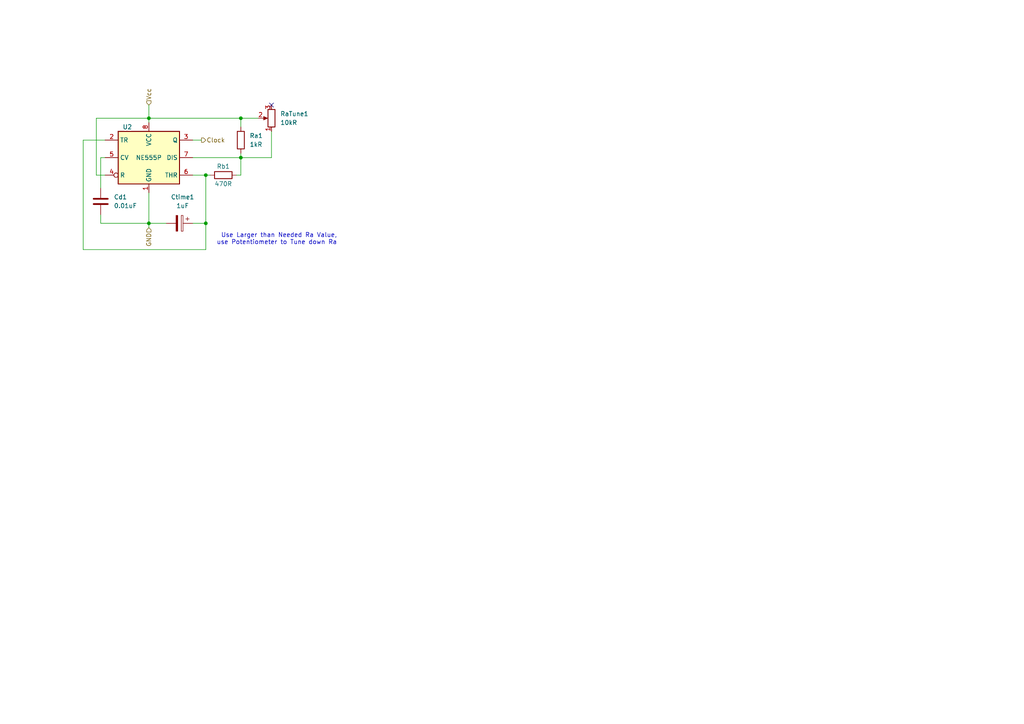
<source format=kicad_sch>
(kicad_sch (version 20211123) (generator eeschema)
  (paper "A4")
  (lib_symbols
    (symbol "Device:C" (pin_numbers hide) (pin_names (offset 0.254))
      (property "Reference" "C" (at 0.635 2.54 0))
      (property "Value" "C" (at 0.635 -2.54 0))
      (symbol "C_0_1"
        (polyline (pts (xy -2.032 -0.762) (xy 2.032 -0.762)) (stroke (width 0.508)))
        (polyline (pts (xy -2.032 0.762) (xy 2.032 0.762)) (stroke (width 0.508)))
      )
      (symbol "C_1_1"
        (pin passive line (at 0 3.81 270) (length 2.794) (name "~") (number "1"))
        (pin passive line (at 0 -3.81 90) (length 2.794) (name "~") (number "2"))
      )
    )
    (symbol "Device:C_Polarized" (pin_numbers hide) (pin_names (offset 0.254))
      (property "Reference" "C" (at 0.635 2.54 0))
      (property "Value" "C_Polarized" (at 0.635 -2.54 0))
      (symbol "C_Polarized_0_1"
        (rectangle (start -2.286 0.508) (end 2.286 1.016))
        (polyline (pts (xy -1.778 2.286) (xy -0.762 2.286)))
        (polyline (pts (xy -1.27 2.794) (xy -1.27 1.778)))
        (rectangle (start 2.286 -0.508) (end -2.286 -1.016) (fill (type outline)))
      )
      (symbol "C_Polarized_1_1"
        (pin passive line (at 0 3.81 270) (length 2.794) (name "~") (number "1"))
        (pin passive line (at 0 -3.81 90) (length 2.794) (name "~") (number "2"))
      )
    )
    (symbol "Device:R" (pin_numbers hide) (pin_names (offset 0))
      (property "Reference" "R" (at 2.032 0 90))
      (property "Value" "R" (at 0 0 90))
      (symbol "R_0_1"
        (rectangle (start -1.016 -2.54) (end 1.016 2.54) (stroke (width 0.254)))
      )
      (symbol "R_1_1"
        (pin passive line (at 0 3.81 270) (length 1.27) (name "~") (number "1"))
        (pin passive line (at 0 -3.81 90) (length 1.27) (name "~") (number "2"))
      )
    )
    (symbol "Device:R_Potentiometer" (pin_names (offset 1.016) hide)
      (property "Reference" "RV" (at -4.445 0 90))
      (property "Value" "R_Potentiometer" (at -2.54 0 90))
      (symbol "R_Potentiometer_0_1"
        (polyline (pts (xy 2.54 0) (xy 1.524 0)))
        (polyline (pts (xy 1.143 0) (xy 2.286 0.508) (xy 2.286 -0.508) (xy 1.143 0)) (fill (type outline)))
        (rectangle (start 1.016 2.54) (end -1.016 -2.54) (stroke (width 0.254)))
      )
      (symbol "R_Potentiometer_1_1"
        (pin passive line (at 0 3.81 270) (length 1.27) (name "1") (number "1"))
        (pin passive line (at 3.81 0 180) (length 1.27) (name "2") (number "2"))
        (pin passive line (at 0 -3.81 90) (length 1.27) (name "3") (number "3"))
      )
    )
    (symbol "Timer:NE555P"
      (property "Reference" "U" (at -10.16 8.89 0))
      (property "Value" "NE555P" (at 2.54 8.89 0))
      (symbol "NE555P_0_0"
        (pin power_in line (at 0 -10.16 90) (length 2.54) (name "GND") (number "1"))
        (pin power_in line (at 0 10.16 270) (length 2.54) (name "VCC") (number "8"))
      )
      (symbol "NE555P_0_1"
        (rectangle (start -8.89 -7.62) (end 8.89 7.62) (stroke (width 0.254)) (fill (type background)))
        (rectangle (start -8.89 -7.62) (end 8.89 7.62) (stroke (width 0.254)) (fill (type background)))
      )
      (symbol "NE555P_1_1"
        (pin input line (at -12.7 5.08 0) (length 3.81) (name "TR") (number "2"))
        (pin output line (at 12.7 5.08 180) (length 3.81) (name "Q") (number "3"))
        (pin input inverted (at -12.7 -5.08 0) (length 3.81) (name "R") (number "4"))
        (pin input line (at -12.7 0 0) (length 3.81) (name "CV") (number "5"))
        (pin input line (at 12.7 -5.08 180) (length 3.81) (name "THR") (number "6"))
        (pin input line (at 12.7 0 180) (length 3.81) (name "DIS") (number "7"))
      )
    )
  )
  (junction (at 43.18 64.77))
  (junction (at 59.69 64.77))
  (junction (at 43.18 34.29))
  (junction (at 69.85 45.72))
  (junction (at 69.85 34.29))
  (junction (at 59.69 50.8))
  (no_connect (at 78.74 30.48))
  (wire (pts (xy 55.88 45.72) (xy 69.85 45.72)))
  (wire (pts (xy 24.13 72.39) (xy 59.69 72.39)))
  (wire (pts (xy 29.21 45.72) (xy 30.48 45.72)))
  (wire (pts (xy 78.74 38.1) (xy 78.74 45.72)))
  (wire (pts (xy 43.18 30.48) (xy 43.18 34.29)))
  (wire (pts (xy 43.18 64.77) (xy 43.18 66.04)))
  (wire (pts (xy 30.48 40.64) (xy 24.13 40.64)))
  (wire (pts (xy 78.74 45.72) (xy 69.85 45.72)))
  (wire (pts (xy 55.88 64.77) (xy 59.69 64.77)))
  (wire (pts (xy 59.69 50.8) (xy 55.88 50.8)))
  (wire (pts (xy 69.85 44.45) (xy 69.85 45.72)))
  (wire (pts (xy 69.85 45.72) (xy 69.85 50.8)))
  (wire (pts (xy 43.18 64.77) (xy 48.26 64.77)))
  (wire (pts (xy 43.18 34.29) (xy 43.18 35.56)))
  (wire (pts (xy 69.85 34.29) (xy 74.93 34.29)))
  (wire (pts (xy 43.18 34.29) (xy 69.85 34.29)))
  (wire (pts (xy 24.13 40.64) (xy 24.13 72.39)))
  (wire (pts (xy 69.85 34.29) (xy 69.85 36.83)))
  (wire (pts (xy 59.69 64.77) (xy 59.69 72.39)))
  (wire (pts (xy 30.48 50.8) (xy 27.94 50.8)))
  (wire (pts (xy 55.88 40.64) (xy 58.42 40.64)))
  (wire (pts (xy 59.69 50.8) (xy 60.96 50.8)))
  (wire (pts (xy 69.85 50.8) (xy 68.58 50.8)))
  (wire (pts (xy 29.21 54.61) (xy 29.21 45.72)))
  (wire (pts (xy 29.21 64.77) (xy 29.21 62.23)))
  (wire (pts (xy 27.94 50.8) (xy 27.94 34.29)))
  (wire (pts (xy 43.18 55.88) (xy 43.18 64.77)))
  (wire (pts (xy 29.21 64.77) (xy 43.18 64.77)))
  (wire (pts (xy 59.69 50.8) (xy 59.69 64.77)))
  (wire (pts (xy 27.94 34.29) (xy 43.18 34.29)))
  (text "Use Larger than Needed Ra Value,\nuse Potentiometer to Tune down Ra" (at 97.79 71.12 0) (effects (font (size 1.27 1.27)) (justify right bottom)))
  (hierarchical_label "GND" (shape input) (at 43.18 66.04 270))
  (hierarchical_label "Vcc" (shape input) (at 43.18 30.48 90))
  (hierarchical_label "Clock" (shape output) (at 58.42 40.64 0))
  (symbol (lib_id "Device:R") (at 64.77 50.8 90) (unit 1)
    (property "Reference" "Rb1" (at 64.77 48.26 90))
    (property "Value" "470R" (at 64.77 53.34 90))
    (property "Footprint" "Resistor_THT:R_Axial_DIN0204_L3.6mm_D1.6mm_P7.62mm_Horizontal" (effects hide))
  )
  (symbol (lib_id "Device:C_Polarized") (at 52.07 64.77 270) (unit 1)
    (property "Reference" "Ctime1" (at 52.959 57.15 90))
    (property "Value" "1uF" (at 52.959 59.69 90))
    (property "Footprint" "Capacitor_THT:CP_Radial_D4.0mm_P2.00mm" (effects hide))
  )
  (symbol (lib_id "Device:R_Potentiometer") (at 78.74 34.29 180) (unit 1)
    (property "Reference" "RaTune1" (at 81.28 33.0199 0) (effects (justify right)))
    (property "Value" "10kR" (at 81.28 35.5599 0) (effects (justify right)))
    (property "Footprint" "Potentiometer_THT:Potentiometer_Bourns_3386F_Vertical" (effects hide))
  )
  (symbol (lib_id "Device:C") (at 29.21 58.42 0) (unit 1)
    (property "Reference" "Cd1" (at 33.02 57.1499 0) (effects (justify left)))
    (property "Value" "0.01uF" (at 33.02 59.6899 0) (effects (justify left)))
    (property "Footprint" "Capacitor_THT:C_Disc_D3.8mm_W2.6mm_P2.50mm" (effects hide))
  )
  (symbol (lib_id "Timer:NE555P") (at 43.18 45.72 0) (unit 1)
    (property "Reference" "U2" (at 35.56 36.83 0) (effects (justify left)))
    (property "Value" "NE555P" (at 39.37 45.72 0) (effects (justify left)))
    (property "Footprint" "Package_DIP:DIP-8_W7.62mm" (effects hide))
    (property "Datasheet" "http://www.ti.com/lit/ds/symlink/ne555.pdf" (effects hide))
  )
  (symbol (lib_id "Device:R") (at 69.85 40.64 0) (unit 1)
    (property "Reference" "Ra1" (at 72.39 39.3699 0) (effects (justify left)))
    (property "Value" "1kR" (at 72.39 41.9099 0) (effects (justify left)))
    (property "Footprint" "Resistor_THT:R_Axial_DIN0204_L3.6mm_D1.6mm_P7.62mm_Horizontal" (effects hide))
  )
)
</source>
